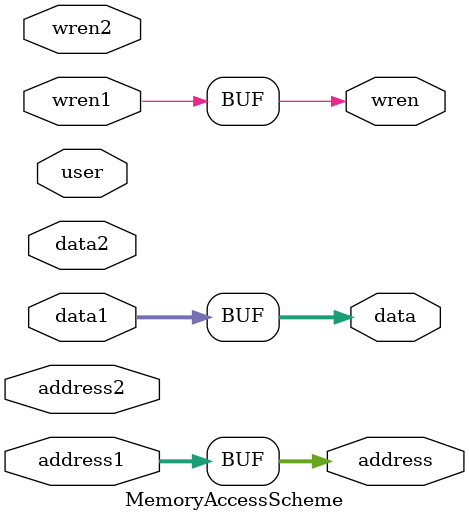
<source format=v>
module MemoryAccessScheme(input user, 
    input [4:0] address1,
    input [15:0]data1,
    input wren1,

    input [4:0] address2,
    input [15:0]data2,
    input wren2,
    
    output reg [4:0] address,
    output reg [15:0] data,
    output reg wren
);
    always@(*)
    begin
        if(user==1'b0)
        begin
            address <= address1;
            data <= data1;
            wren <= wren1;
        end
        else
        begin
            address <= address1;
            data <= data1;
            wren <= wren1;
        end
    end
endmodule
</source>
